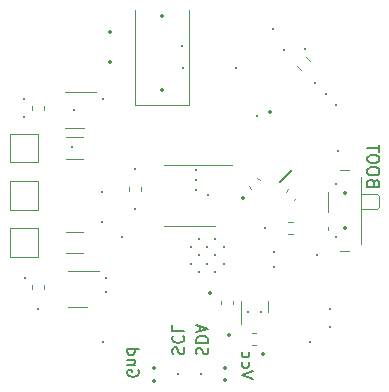
<source format=gbo>
%TF.GenerationSoftware,KiCad,Pcbnew,7.0.6*%
%TF.CreationDate,2023-09-26T22:04:44+02:00*%
%TF.ProjectId,torque_controller,746f7271-7565-45f6-936f-6e74726f6c6c,rev?*%
%TF.SameCoordinates,Original*%
%TF.FileFunction,Legend,Bot*%
%TF.FilePolarity,Positive*%
%FSLAX46Y46*%
G04 Gerber Fmt 4.6, Leading zero omitted, Abs format (unit mm)*
G04 Created by KiCad (PCBNEW 7.0.6) date 2023-09-26 22:04:44*
%MOMM*%
%LPD*%
G01*
G04 APERTURE LIST*
%ADD10C,0.160000*%
%ADD11C,0.120000*%
%ADD12C,0.200000*%
%ADD13C,0.300000*%
%ADD14C,0.350000*%
%ADD15C,0.200000*%
G04 APERTURE END LIST*
D10*
X15584510Y1076692D02*
X15536891Y1219549D01*
X15536891Y1219549D02*
X15489272Y1267168D01*
X15489272Y1267168D02*
X15394034Y1314787D01*
X15394034Y1314787D02*
X15251177Y1314787D01*
X15251177Y1314787D02*
X15155939Y1267168D01*
X15155939Y1267168D02*
X15108320Y1219549D01*
X15108320Y1219549D02*
X15060700Y1124311D01*
X15060700Y1124311D02*
X15060700Y743359D01*
X15060700Y743359D02*
X16060700Y743359D01*
X16060700Y743359D02*
X16060700Y1076692D01*
X16060700Y1076692D02*
X16013081Y1171930D01*
X16013081Y1171930D02*
X15965462Y1219549D01*
X15965462Y1219549D02*
X15870224Y1267168D01*
X15870224Y1267168D02*
X15774986Y1267168D01*
X15774986Y1267168D02*
X15679748Y1219549D01*
X15679748Y1219549D02*
X15632129Y1171930D01*
X15632129Y1171930D02*
X15584510Y1076692D01*
X15584510Y1076692D02*
X15584510Y743359D01*
X16060700Y1933835D02*
X16060700Y2124311D01*
X16060700Y2124311D02*
X16013081Y2219549D01*
X16013081Y2219549D02*
X15917843Y2314787D01*
X15917843Y2314787D02*
X15727367Y2362406D01*
X15727367Y2362406D02*
X15394034Y2362406D01*
X15394034Y2362406D02*
X15203558Y2314787D01*
X15203558Y2314787D02*
X15108320Y2219549D01*
X15108320Y2219549D02*
X15060700Y2124311D01*
X15060700Y2124311D02*
X15060700Y1933835D01*
X15060700Y1933835D02*
X15108320Y1838597D01*
X15108320Y1838597D02*
X15203558Y1743359D01*
X15203558Y1743359D02*
X15394034Y1695740D01*
X15394034Y1695740D02*
X15727367Y1695740D01*
X15727367Y1695740D02*
X15917843Y1743359D01*
X15917843Y1743359D02*
X16013081Y1838597D01*
X16013081Y1838597D02*
X16060700Y1933835D01*
X16060700Y2981454D02*
X16060700Y3171930D01*
X16060700Y3171930D02*
X16013081Y3267168D01*
X16013081Y3267168D02*
X15917843Y3362406D01*
X15917843Y3362406D02*
X15727367Y3410025D01*
X15727367Y3410025D02*
X15394034Y3410025D01*
X15394034Y3410025D02*
X15203558Y3362406D01*
X15203558Y3362406D02*
X15108320Y3267168D01*
X15108320Y3267168D02*
X15060700Y3171930D01*
X15060700Y3171930D02*
X15060700Y2981454D01*
X15060700Y2981454D02*
X15108320Y2886216D01*
X15108320Y2886216D02*
X15203558Y2790978D01*
X15203558Y2790978D02*
X15394034Y2743359D01*
X15394034Y2743359D02*
X15727367Y2743359D01*
X15727367Y2743359D02*
X15917843Y2790978D01*
X15917843Y2790978D02*
X16013081Y2886216D01*
X16013081Y2886216D02*
X16060700Y2981454D01*
X16060700Y3695740D02*
X16060700Y4267168D01*
X15060700Y3981454D02*
X16060700Y3981454D01*
X628320Y-13464260D02*
X580700Y-13321403D01*
X580700Y-13321403D02*
X580700Y-13083308D01*
X580700Y-13083308D02*
X628320Y-12988070D01*
X628320Y-12988070D02*
X675939Y-12940451D01*
X675939Y-12940451D02*
X771177Y-12892832D01*
X771177Y-12892832D02*
X866415Y-12892832D01*
X866415Y-12892832D02*
X961653Y-12940451D01*
X961653Y-12940451D02*
X1009272Y-12988070D01*
X1009272Y-12988070D02*
X1056891Y-13083308D01*
X1056891Y-13083308D02*
X1104510Y-13273784D01*
X1104510Y-13273784D02*
X1152129Y-13369022D01*
X1152129Y-13369022D02*
X1199748Y-13416641D01*
X1199748Y-13416641D02*
X1294986Y-13464260D01*
X1294986Y-13464260D02*
X1390224Y-13464260D01*
X1390224Y-13464260D02*
X1485462Y-13416641D01*
X1485462Y-13416641D02*
X1533081Y-13369022D01*
X1533081Y-13369022D02*
X1580700Y-13273784D01*
X1580700Y-13273784D02*
X1580700Y-13035689D01*
X1580700Y-13035689D02*
X1533081Y-12892832D01*
X580700Y-12464260D02*
X1580700Y-12464260D01*
X1580700Y-12464260D02*
X1580700Y-12226165D01*
X1580700Y-12226165D02*
X1533081Y-12083308D01*
X1533081Y-12083308D02*
X1437843Y-11988070D01*
X1437843Y-11988070D02*
X1342605Y-11940451D01*
X1342605Y-11940451D02*
X1152129Y-11892832D01*
X1152129Y-11892832D02*
X1009272Y-11892832D01*
X1009272Y-11892832D02*
X818796Y-11940451D01*
X818796Y-11940451D02*
X723558Y-11988070D01*
X723558Y-11988070D02*
X628320Y-12083308D01*
X628320Y-12083308D02*
X580700Y-12226165D01*
X580700Y-12226165D02*
X580700Y-12464260D01*
X866415Y-11511879D02*
X866415Y-11035689D01*
X580700Y-11607117D02*
X1580700Y-11273784D01*
X1580700Y-11273784D02*
X580700Y-10940451D01*
X-1411680Y-13444260D02*
X-1459300Y-13301403D01*
X-1459300Y-13301403D02*
X-1459300Y-13063308D01*
X-1459300Y-13063308D02*
X-1411680Y-12968070D01*
X-1411680Y-12968070D02*
X-1364061Y-12920451D01*
X-1364061Y-12920451D02*
X-1268823Y-12872832D01*
X-1268823Y-12872832D02*
X-1173585Y-12872832D01*
X-1173585Y-12872832D02*
X-1078347Y-12920451D01*
X-1078347Y-12920451D02*
X-1030728Y-12968070D01*
X-1030728Y-12968070D02*
X-983109Y-13063308D01*
X-983109Y-13063308D02*
X-935490Y-13253784D01*
X-935490Y-13253784D02*
X-887871Y-13349022D01*
X-887871Y-13349022D02*
X-840252Y-13396641D01*
X-840252Y-13396641D02*
X-745014Y-13444260D01*
X-745014Y-13444260D02*
X-649776Y-13444260D01*
X-649776Y-13444260D02*
X-554538Y-13396641D01*
X-554538Y-13396641D02*
X-506919Y-13349022D01*
X-506919Y-13349022D02*
X-459300Y-13253784D01*
X-459300Y-13253784D02*
X-459300Y-13015689D01*
X-459300Y-13015689D02*
X-506919Y-12872832D01*
X-1364061Y-11872832D02*
X-1411680Y-11920451D01*
X-1411680Y-11920451D02*
X-1459300Y-12063308D01*
X-1459300Y-12063308D02*
X-1459300Y-12158546D01*
X-1459300Y-12158546D02*
X-1411680Y-12301403D01*
X-1411680Y-12301403D02*
X-1316442Y-12396641D01*
X-1316442Y-12396641D02*
X-1221204Y-12444260D01*
X-1221204Y-12444260D02*
X-1030728Y-12491879D01*
X-1030728Y-12491879D02*
X-887871Y-12491879D01*
X-887871Y-12491879D02*
X-697395Y-12444260D01*
X-697395Y-12444260D02*
X-602157Y-12396641D01*
X-602157Y-12396641D02*
X-506919Y-12301403D01*
X-506919Y-12301403D02*
X-459300Y-12158546D01*
X-459300Y-12158546D02*
X-459300Y-12063308D01*
X-459300Y-12063308D02*
X-506919Y-11920451D01*
X-506919Y-11920451D02*
X-554538Y-11872832D01*
X-1459300Y-10968070D02*
X-1459300Y-11444260D01*
X-1459300Y-11444260D02*
X-459300Y-11444260D01*
X-4336919Y-14805608D02*
X-4289300Y-14900846D01*
X-4289300Y-14900846D02*
X-4289300Y-15043703D01*
X-4289300Y-15043703D02*
X-4336919Y-15186560D01*
X-4336919Y-15186560D02*
X-4432157Y-15281798D01*
X-4432157Y-15281798D02*
X-4527395Y-15329417D01*
X-4527395Y-15329417D02*
X-4717871Y-15377036D01*
X-4717871Y-15377036D02*
X-4860728Y-15377036D01*
X-4860728Y-15377036D02*
X-5051204Y-15329417D01*
X-5051204Y-15329417D02*
X-5146442Y-15281798D01*
X-5146442Y-15281798D02*
X-5241680Y-15186560D01*
X-5241680Y-15186560D02*
X-5289300Y-15043703D01*
X-5289300Y-15043703D02*
X-5289300Y-14948465D01*
X-5289300Y-14948465D02*
X-5241680Y-14805608D01*
X-5241680Y-14805608D02*
X-5194061Y-14757989D01*
X-5194061Y-14757989D02*
X-4860728Y-14757989D01*
X-4860728Y-14757989D02*
X-4860728Y-14948465D01*
X-4622633Y-14329417D02*
X-5289300Y-14329417D01*
X-4717871Y-14329417D02*
X-4670252Y-14281798D01*
X-4670252Y-14281798D02*
X-4622633Y-14186560D01*
X-4622633Y-14186560D02*
X-4622633Y-14043703D01*
X-4622633Y-14043703D02*
X-4670252Y-13948465D01*
X-4670252Y-13948465D02*
X-4765490Y-13900846D01*
X-4765490Y-13900846D02*
X-5289300Y-13900846D01*
X-5289300Y-12996084D02*
X-4289300Y-12996084D01*
X-5241680Y-12996084D02*
X-5289300Y-13091322D01*
X-5289300Y-13091322D02*
X-5289300Y-13281798D01*
X-5289300Y-13281798D02*
X-5241680Y-13377036D01*
X-5241680Y-13377036D02*
X-5194061Y-13424655D01*
X-5194061Y-13424655D02*
X-5098823Y-13472274D01*
X-5098823Y-13472274D02*
X-4813109Y-13472274D01*
X-4813109Y-13472274D02*
X-4717871Y-13424655D01*
X-4717871Y-13424655D02*
X-4670252Y-13377036D01*
X-4670252Y-13377036D02*
X-4622633Y-13281798D01*
X-4622633Y-13281798D02*
X-4622633Y-13091322D01*
X-4622633Y-13091322D02*
X-4670252Y-12996084D01*
X5410700Y-15532274D02*
X4410700Y-15198941D01*
X4410700Y-15198941D02*
X5410700Y-14865608D01*
X4458320Y-14103703D02*
X4410700Y-14198941D01*
X4410700Y-14198941D02*
X4410700Y-14389417D01*
X4410700Y-14389417D02*
X4458320Y-14484655D01*
X4458320Y-14484655D02*
X4505939Y-14532274D01*
X4505939Y-14532274D02*
X4601177Y-14579893D01*
X4601177Y-14579893D02*
X4886891Y-14579893D01*
X4886891Y-14579893D02*
X4982129Y-14532274D01*
X4982129Y-14532274D02*
X5029748Y-14484655D01*
X5029748Y-14484655D02*
X5077367Y-14389417D01*
X5077367Y-14389417D02*
X5077367Y-14198941D01*
X5077367Y-14198941D02*
X5029748Y-14103703D01*
X4458320Y-13246560D02*
X4410700Y-13341798D01*
X4410700Y-13341798D02*
X4410700Y-13532274D01*
X4410700Y-13532274D02*
X4458320Y-13627512D01*
X4458320Y-13627512D02*
X4505939Y-13675131D01*
X4505939Y-13675131D02*
X4601177Y-13722750D01*
X4601177Y-13722750D02*
X4886891Y-13722750D01*
X4886891Y-13722750D02*
X4982129Y-13675131D01*
X4982129Y-13675131D02*
X5029748Y-13627512D01*
X5029748Y-13627512D02*
X5077367Y-13532274D01*
X5077367Y-13532274D02*
X5077367Y-13341798D01*
X5077367Y-13341798D02*
X5029748Y-13246560D01*
D11*
%TO.C,RS1*%
X-9002936Y-4910000D02*
X-10457064Y-4910000D01*
X-9002936Y-3090000D02*
X-10457064Y-3090000D01*
%TO.C,CMAG1*%
X-5150000Y399420D02*
X-5150000Y680580D01*
X-4130000Y399420D02*
X-4130000Y680580D01*
%TO.C,CINA1*%
X-13340000Y7264420D02*
X-13340000Y7545580D01*
X-12320000Y7264420D02*
X-12320000Y7545580D01*
%TO.C,RS2*%
X-9002936Y3090000D02*
X-10457064Y3090000D01*
X-9002936Y4910000D02*
X-10457064Y4910000D01*
%TO.C,C2*%
X3700000Y-8924420D02*
X3700000Y-9205580D01*
X2680000Y-8924420D02*
X2680000Y-9205580D01*
%TO.C,C3*%
X5590580Y-12632776D02*
X5309420Y-12632776D01*
X5590580Y-11612776D02*
X5309420Y-11612776D01*
%TO.C,M2*%
X-15200000Y1200000D02*
X-15200000Y-1200000D01*
X-15200000Y-1200000D02*
X-12800000Y-1200000D01*
X-12800000Y1200000D02*
X-15200000Y1200000D01*
X-12800000Y-1200000D02*
X-12800000Y1200000D01*
%TO.C,M1*%
X-15200000Y-5200000D02*
X-12800000Y-5200000D01*
X-12800000Y-5200000D02*
X-12800000Y-2800000D01*
X-15200000Y-2800000D02*
X-15200000Y-5200000D01*
X-12800000Y-2800000D02*
X-15200000Y-2800000D01*
%TO.C,RBOOT1*%
X8302742Y-3262500D02*
X8777258Y-3262500D01*
X8302742Y-2217500D02*
X8777258Y-2217500D01*
%TO.C,CVCP1*%
X5228781Y555970D02*
X5029970Y754781D01*
X5950030Y1277219D02*
X5751219Y1476030D01*
%TO.C,U3*%
X-9730000Y5670000D02*
X-8930000Y5670000D01*
X-9730000Y5670000D02*
X-10530000Y5670000D01*
X-9730000Y8790000D02*
X-7930000Y8790000D01*
X-9730000Y8790000D02*
X-10530000Y8790000D01*
%TO.C,AS5048A1*%
X0Y-2610000D02*
X2200000Y-2610000D01*
X0Y-2610000D02*
X-2200000Y-2610000D01*
X0Y2610000D02*
X3600000Y2610000D01*
X0Y2610000D02*
X-2200000Y2610000D01*
%TO.C,REN1*%
X9841697Y11677230D02*
X10177230Y11341697D01*
X9102770Y10938303D02*
X9438303Y10602770D01*
%TO.C,CDRV1*%
X-4600000Y7632500D02*
X-4600000Y15692500D01*
X-80000Y7632500D02*
X-4600000Y7632500D01*
X-80000Y15692500D02*
X-80000Y7632500D01*
%TO.C,CINA2*%
X-13340000Y-7885580D02*
X-13340000Y-7604420D01*
X-12320000Y-7885580D02*
X-12320000Y-7604420D01*
%TO.C,U2*%
X-9500000Y-6360000D02*
X-10300000Y-6360000D01*
X-9500000Y-6360000D02*
X-7700000Y-6360000D01*
X-9500000Y-9480000D02*
X-10300000Y-9480000D01*
X-9500000Y-9480000D02*
X-8700000Y-9480000D01*
%TO.C,CCP1*%
X8129970Y321219D02*
X8328781Y520030D01*
X8851219Y-400030D02*
X9050030Y-201219D01*
%TO.C,SW1*%
X13535000Y-4740000D02*
X12745000Y-4740000D01*
X11695000Y-2690000D02*
X11695000Y-2890000D01*
X15835000Y-1190000D02*
X14545000Y-1190000D01*
X15835000Y-1190000D02*
X16045000Y-990000D01*
X16045000Y-90000D02*
X16045000Y-990000D01*
X14545000Y110000D02*
X15835000Y110000D01*
X15835000Y110000D02*
X16045000Y-90000D01*
X11695000Y310000D02*
X11695000Y-1390000D01*
X14545000Y1560000D02*
X14545000Y-4140000D01*
X12745000Y2160000D02*
X13535000Y2160000D01*
D12*
%TO.C,IC1*%
X7645495Y1107270D02*
X8688478Y2150253D01*
D11*
%TO.C,M3*%
X-15200000Y2800000D02*
X-12800000Y2800000D01*
X-12800000Y2800000D02*
X-12800000Y5200000D01*
X-15200000Y5200000D02*
X-15200000Y2800000D01*
X-12800000Y5200000D02*
X-15200000Y5200000D01*
%TO.C,U1*%
X4400000Y-10900276D02*
X4400000Y-8900276D01*
X6620000Y-9900276D02*
X6620000Y-8900276D01*
%TD*%
D13*
X7030000Y14095000D03*
X3940500Y10750000D03*
X-7110000Y-6970000D03*
X-13905000Y-6970000D03*
X11860000Y-11140000D03*
X10830000Y-5010000D03*
X11860000Y-9590000D03*
X10210000Y-12410000D03*
X-13980000Y6630000D03*
X-7100000Y-8160000D03*
X-609995Y12660008D03*
X-570004Y10750002D03*
X5715000Y6710000D03*
D14*
X6850000Y7100000D03*
D13*
X12440000Y-3540000D03*
X12540000Y3740000D03*
X-9760000Y7230000D03*
X-12830000Y-9620000D03*
X-4640000Y2275500D03*
D14*
X3380000Y-11830000D03*
X-2340000Y15155000D03*
X-3020000Y-15680000D03*
D13*
X-7310000Y-12410000D03*
D14*
X-3010000Y-14627247D03*
D13*
X-4640000Y-1163650D03*
X-13980000Y8180000D03*
D14*
X6225000Y-13440000D03*
D13*
X12430000Y960000D03*
X1600000Y0D03*
D14*
X1760000Y-8290000D03*
X-2340000Y8930000D03*
X4560000Y-230000D03*
X2990000Y-15660000D03*
X3000000Y-14630000D03*
D13*
X9770000Y12420000D03*
X-9980000Y4100000D03*
X6370000Y-2740000D03*
X7120000Y-6060000D03*
X7120000Y-4790000D03*
X-7350000Y8180000D03*
X12440000Y7630000D03*
X11545603Y8585103D03*
X10610000Y9510000D03*
X560000Y2110000D03*
X-7440000Y290000D03*
X548736Y1300000D03*
X-7390000Y-2250000D03*
X550000Y460000D03*
X-5680000Y-3520000D03*
X1000000Y-15150000D03*
X8021653Y12302508D03*
X-1000000Y-15150000D03*
D15*
X2900000Y-5770000D03*
X2900000Y-4370000D03*
X2200000Y-6470000D03*
X2200000Y-5070000D03*
X2200000Y-3670000D03*
X1500000Y-5770000D03*
X1500000Y-4370000D03*
X800000Y-6470000D03*
X800000Y-5070000D03*
X800000Y-3670000D03*
X100000Y-5770000D03*
X100000Y-4370000D03*
D14*
X-6750000Y13875000D03*
X-6750000Y11335000D03*
X13145000Y-2790000D03*
X13145000Y210000D03*
D15*
X4960000Y-9900276D03*
X6060000Y-9900276D03*
M02*

</source>
